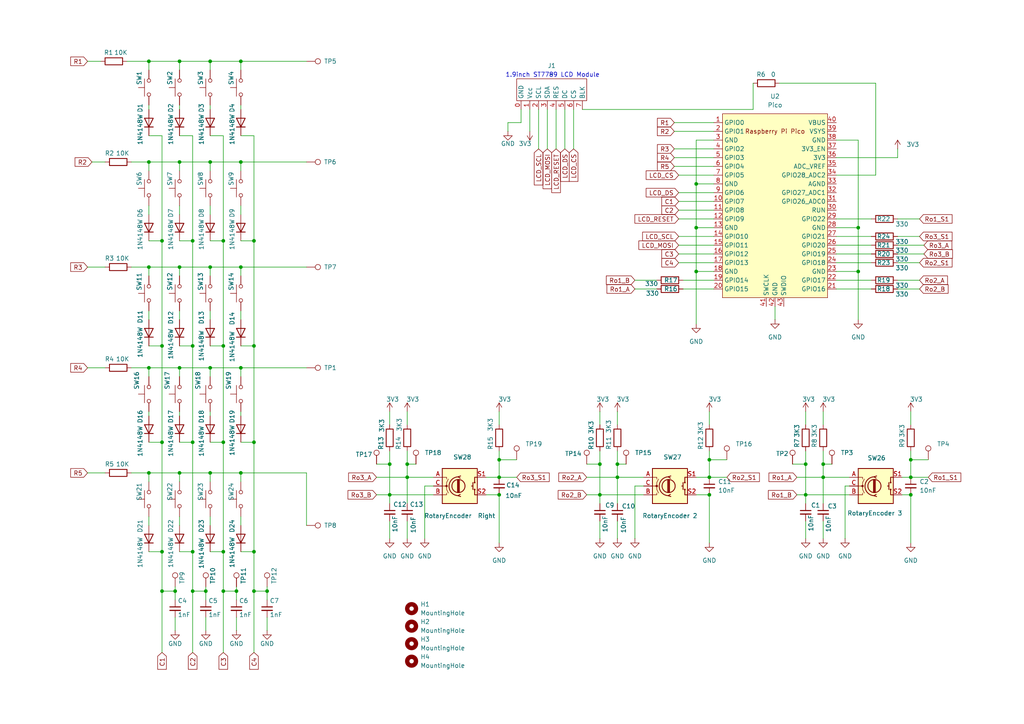
<source format=kicad_sch>
(kicad_sch (version 20231120) (generator "eeschema") (generator_version "8.0")
  (paper "A4")
  (junction (at 118.11 138.43))
  (junction (at 69.85 17.78))
  (junction (at 179.07 138.43))
  (junction (at 43.18 137.16))
  (junction (at 173.99 134.62))
  (junction (at 69.85 137.16))
  (junction (at 173.99 143.51))
  (junction (at 113.03 134.62))
  (junction (at 55.88 100.33))
  (junction (at 64.77 160.02))
  (junction (at 60.96 77.47))
  (junction (at 46.99 160.02))
  (junction (at 73.66 69.85))
  (junction (at 64.77 100.33))
  (junction (at 46.99 128.27))
  (junction (at 205.74 143.51))
  (junction (at 52.07 17.78))
  (junction (at 73.66 160.02))
  (junction (at 43.18 77.47))
  (junction (at 55.88 171.45))
  (junction (at 68.58 171.45))
  (junction (at 73.66 100.33))
  (junction (at 64.77 69.85))
  (junction (at 201.93 66.04))
  (junction (at 238.76 138.43))
  (junction (at 43.18 106.68))
  (junction (at 248.92 78.74))
  (junction (at 52.07 137.16))
  (junction (at 64.77 128.27))
  (junction (at 144.78 143.51))
  (junction (at 59.69 171.45))
  (junction (at 118.11 134.62))
  (junction (at 43.18 17.78))
  (junction (at 233.68 134.62))
  (junction (at 205.74 133.35))
  (junction (at 46.99 171.45))
  (junction (at 73.66 128.27))
  (junction (at 60.96 46.99))
  (junction (at 264.16 138.43))
  (junction (at 46.99 100.33))
  (junction (at 69.85 46.99))
  (junction (at 201.93 53.34))
  (junction (at 233.68 143.51))
  (junction (at 144.78 138.43))
  (junction (at 73.66 171.45))
  (junction (at 52.07 77.47))
  (junction (at 43.18 46.99))
  (junction (at 77.47 171.45))
  (junction (at 46.99 69.85))
  (junction (at 264.16 133.35))
  (junction (at 50.8 171.45))
  (junction (at 60.96 106.68))
  (junction (at 52.07 106.68))
  (junction (at 52.07 46.99))
  (junction (at 205.74 138.43))
  (junction (at 264.16 143.51))
  (junction (at 201.93 78.74))
  (junction (at 179.07 134.62))
  (junction (at 69.85 77.47))
  (junction (at 55.88 128.27))
  (junction (at 113.03 143.51))
  (junction (at 60.96 17.78))
  (junction (at 69.85 106.68))
  (junction (at 64.77 171.45))
  (junction (at 248.92 66.04))
  (junction (at 144.78 133.35))
  (junction (at 238.76 134.62))
  (junction (at 55.88 160.02))
  (junction (at 60.96 137.16))
  (junction (at 55.88 69.85))
  (wire (pts (xy 38.1 106.68) (xy 43.18 106.68)))
  (wire (pts (xy 69.85 149.86) (xy 69.85 152.4)))
  (wire (pts (xy 242.57 76.2) (xy 252.73 76.2)))
  (wire (pts (xy 238.76 151.13) (xy 238.76 156.21)))
  (wire (pts (xy 224.79 88.9) (xy 224.79 92.71)))
  (wire (pts (xy 46.99 128.27) (xy 46.99 160.02)))
  (wire (pts (xy 30.48 46.99) (xy 26.67 46.99)))
  (wire (pts (xy 43.18 90.17) (xy 43.18 92.71)))
  (wire (pts (xy 170.18 138.43) (xy 179.07 138.43)))
  (wire (pts (xy 252.73 81.28) (xy 242.57 81.28)))
  (wire (pts (xy 43.18 17.78) (xy 43.18 20.32)))
  (wire (pts (xy 25.4 77.47) (xy 30.48 77.47)))
  (wire (pts (xy 55.88 171.45) (xy 55.88 189.23)))
  (wire (pts (xy 238.76 134.62) (xy 241.3 134.62)))
  (wire (pts (xy 38.1 46.99) (xy 43.18 46.99)))
  (wire (pts (xy 118.11 134.62) (xy 120.65 134.62)))
  (wire (pts (xy 38.1 137.16) (xy 43.18 137.16)))
  (wire (pts (xy 69.85 137.16) (xy 60.96 137.16)))
  (wire (pts (xy 60.96 109.22) (xy 60.96 106.68)))
  (wire (pts (xy 201.93 143.51) (xy 205.74 143.51)))
  (wire (pts (xy 43.18 30.48) (xy 43.18 31.75)))
  (wire (pts (xy 170.18 143.51) (xy 173.99 143.51)))
  (wire (pts (xy 210.82 133.35) (xy 205.74 133.35)))
  (wire (pts (xy 269.24 133.35) (xy 264.16 133.35)))
  (wire (pts (xy 60.96 49.53) (xy 60.96 46.99)))
  (wire (pts (xy 173.99 134.62) (xy 173.99 130.81)))
  (wire (pts (xy 64.77 100.33) (xy 60.96 100.33)))
  (wire (pts (xy 260.35 73.66) (xy 267.97 73.66)))
  (wire (pts (xy 195.58 43.18) (xy 207.01 43.18)))
  (wire (pts (xy 195.58 48.26) (xy 207.01 48.26)))
  (wire (pts (xy 64.77 128.27) (xy 64.77 160.02)))
  (wire (pts (xy 173.99 119.38) (xy 173.99 123.19)))
  (wire (pts (xy 52.07 100.33) (xy 55.88 100.33)))
  (wire (pts (xy 254 24.13) (xy 254 50.8)))
  (wire (pts (xy 195.58 45.72) (xy 207.01 45.72)))
  (wire (pts (xy 242.57 63.5) (xy 252.73 63.5)))
  (wire (pts (xy 260.35 68.58) (xy 266.7 68.58)))
  (wire (pts (xy 69.85 46.99) (xy 60.96 46.99)))
  (wire (pts (xy 196.85 76.2) (xy 207.01 76.2)))
  (wire (pts (xy 233.68 119.38) (xy 233.68 123.19)))
  (wire (pts (xy 55.88 39.37) (xy 55.88 69.85)))
  (wire (pts (xy 147.32 35.56) (xy 147.32 38.1)))
  (wire (pts (xy 64.77 100.33) (xy 64.77 128.27)))
  (wire (pts (xy 60.96 139.7) (xy 60.96 137.16)))
  (wire (pts (xy 60.96 149.86) (xy 60.96 152.4)))
  (wire (pts (xy 195.58 35.56) (xy 207.01 35.56)))
  (wire (pts (xy 179.07 130.81) (xy 179.07 134.62)))
  (wire (pts (xy 59.69 171.45) (xy 59.69 173.99)))
  (wire (pts (xy 55.88 128.27) (xy 55.88 160.02)))
  (wire (pts (xy 248.92 78.74) (xy 248.92 92.71)))
  (wire (pts (xy 69.85 17.78) (xy 88.9 17.78)))
  (wire (pts (xy 261.62 143.51) (xy 264.16 143.51)))
  (wire (pts (xy 50.8 179.07) (xy 50.8 182.88)))
  (wire (pts (xy 73.66 160.02) (xy 73.66 171.45)))
  (wire (pts (xy 55.88 69.85) (xy 55.88 100.33)))
  (wire (pts (xy 73.66 39.37) (xy 73.66 69.85)))
  (wire (pts (xy 52.07 109.22) (xy 52.07 106.68)))
  (wire (pts (xy 238.76 138.43) (xy 246.38 138.43)))
  (wire (pts (xy 118.11 151.13) (xy 118.11 156.21)))
  (wire (pts (xy 166.37 31.75) (xy 166.37 43.18)))
  (wire (pts (xy 260.35 63.5) (xy 266.7 63.5)))
  (wire (pts (xy 179.07 134.62) (xy 179.07 138.43)))
  (wire (pts (xy 144.78 133.35) (xy 144.78 130.81)))
  (wire (pts (xy 73.66 171.45) (xy 73.66 189.23)))
  (wire (pts (xy 118.11 138.43) (xy 118.11 146.05)))
  (wire (pts (xy 43.18 149.86) (xy 43.18 152.4)))
  (wire (pts (xy 46.99 160.02) (xy 46.99 171.45)))
  (wire (pts (xy 43.18 59.69) (xy 43.18 62.23)))
  (wire (pts (xy 218.44 31.75) (xy 218.44 24.13)))
  (wire (pts (xy 260.35 45.72) (xy 260.35 43.18)))
  (wire (pts (xy 144.78 138.43) (xy 144.78 133.35)))
  (wire (pts (xy 246.38 140.97) (xy 245.11 140.97)))
  (wire (pts (xy 186.69 140.97) (xy 184.15 140.97)))
  (wire (pts (xy 60.96 30.48) (xy 60.96 31.75)))
  (wire (pts (xy 25.4 137.16) (xy 30.48 137.16)))
  (wire (pts (xy 64.77 160.02) (xy 64.77 171.45)))
  (wire (pts (xy 231.14 143.51) (xy 233.68 143.51)))
  (wire (pts (xy 60.96 77.47) (xy 52.07 77.47)))
  (wire (pts (xy 242.57 68.58) (xy 252.73 68.58)))
  (wire (pts (xy 173.99 143.51) (xy 173.99 146.05)))
  (wire (pts (xy 69.85 59.69) (xy 69.85 62.23)))
  (wire (pts (xy 144.78 143.51) (xy 144.78 157.48)))
  (wire (pts (xy 60.96 59.69) (xy 60.96 62.23)))
  (wire (pts (xy 196.85 73.66) (xy 207.01 73.66)))
  (wire (pts (xy 69.85 77.47) (xy 60.96 77.47)))
  (wire (pts (xy 113.03 156.21) (xy 113.03 151.13)))
  (wire (pts (xy 55.88 100.33) (xy 55.88 128.27)))
  (wire (pts (xy 46.99 100.33) (xy 46.99 128.27)))
  (wire (pts (xy 205.74 143.51) (xy 205.74 157.48)))
  (wire (pts (xy 36.83 17.78) (xy 43.18 17.78)))
  (wire (pts (xy 231.14 138.43) (xy 238.76 138.43)))
  (wire (pts (xy 201.93 53.34) (xy 201.93 66.04)))
  (wire (pts (xy 52.07 160.02) (xy 55.88 160.02)))
  (wire (pts (xy 264.16 138.43) (xy 269.24 138.43)))
  (wire (pts (xy 43.18 137.16) (xy 43.18 139.7)))
  (wire (pts (xy 73.66 69.85) (xy 73.66 100.33)))
  (wire (pts (xy 207.01 40.64) (xy 201.93 40.64)))
  (wire (pts (xy 158.75 31.75) (xy 158.75 43.18)))
  (wire (pts (xy 73.66 69.85) (xy 69.85 69.85)))
  (wire (pts (xy 147.32 35.56) (xy 151.13 35.56)))
  (wire (pts (xy 52.07 80.01) (xy 52.07 77.47)))
  (wire (pts (xy 73.66 100.33) (xy 69.85 100.33)))
  (wire (pts (xy 69.85 106.68) (xy 88.9 106.68)))
  (wire (pts (xy 69.85 109.22) (xy 69.85 106.68)))
  (wire (pts (xy 205.74 119.38) (xy 205.74 123.19)))
  (wire (pts (xy 201.93 66.04) (xy 201.93 78.74)))
  (wire (pts (xy 46.99 100.33) (xy 43.18 100.33)))
  (wire (pts (xy 60.96 39.37) (xy 64.77 39.37)))
  (wire (pts (xy 264.16 143.51) (xy 264.16 157.48)))
  (wire (pts (xy 179.07 138.43) (xy 179.07 146.05)))
  (wire (pts (xy 260.35 71.12) (xy 267.97 71.12)))
  (wire (pts (xy 64.77 171.45) (xy 64.77 189.23)))
  (wire (pts (xy 52.07 69.85) (xy 55.88 69.85)))
  (wire (pts (xy 173.99 156.21) (xy 173.99 151.13)))
  (wire (pts (xy 238.76 119.38) (xy 238.76 123.19)))
  (wire (pts (xy 229.87 134.62) (xy 233.68 134.62)))
  (wire (pts (xy 50.8 173.99) (xy 50.8 171.45)))
  (wire (pts (xy 233.68 134.62) (xy 233.68 130.81)))
  (wire (pts (xy 242.57 66.04) (xy 248.92 66.04)))
  (wire (pts (xy 43.18 46.99) (xy 43.18 49.53)))
  (wire (pts (xy 238.76 130.81) (xy 238.76 134.62)))
  (wire (pts (xy 242.57 45.72) (xy 260.35 45.72)))
  (wire (pts (xy 52.07 77.47) (xy 43.18 77.47)))
  (wire (pts (xy 196.85 50.8) (xy 207.01 50.8)))
  (wire (pts (xy 68.58 170.18) (xy 68.58 171.45)))
  (wire (pts (xy 38.1 77.47) (xy 43.18 77.47)))
  (wire (pts (xy 52.07 119.38) (xy 52.07 120.65)))
  (wire (pts (xy 109.22 138.43) (xy 118.11 138.43)))
  (wire (pts (xy 113.03 134.62) (xy 113.03 130.81)))
  (wire (pts (xy 196.85 58.42) (xy 207.01 58.42)))
  (wire (pts (xy 55.88 160.02) (xy 55.88 171.45)))
  (wire (pts (xy 43.18 106.68) (xy 43.18 109.22)))
  (wire (pts (xy 69.85 49.53) (xy 69.85 46.99)))
  (wire (pts (xy 113.03 143.51) (xy 113.03 146.05)))
  (wire (pts (xy 68.58 179.07) (xy 68.58 182.88)))
  (wire (pts (xy 196.85 71.12) (xy 207.01 71.12)))
  (wire (pts (xy 254 50.8) (xy 242.57 50.8)))
  (wire (pts (xy 52.07 106.68) (xy 43.18 106.68)))
  (wire (pts (xy 238.76 138.43) (xy 238.76 146.05)))
  (wire (pts (xy 77.47 171.45) (xy 77.47 173.99)))
  (wire (pts (xy 118.11 130.81) (xy 118.11 134.62)))
  (wire (pts (xy 233.68 156.21) (xy 233.68 151.13)))
  (wire (pts (xy 144.78 119.38) (xy 144.78 123.19)))
  (wire (pts (xy 69.85 30.48) (xy 69.85 31.75)))
  (wire (pts (xy 69.85 20.32) (xy 69.85 17.78)))
  (wire (pts (xy 64.77 69.85) (xy 60.96 69.85)))
  (wire (pts (xy 207.01 53.34) (xy 201.93 53.34)))
  (wire (pts (xy 264.16 133.35) (xy 264.16 130.81)))
  (wire (pts (xy 242.57 71.12) (xy 252.73 71.12)))
  (wire (pts (xy 88.9 137.16) (xy 88.9 152.4)))
  (wire (pts (xy 109.22 134.62) (xy 113.03 134.62)))
  (wire (pts (xy 60.96 80.01) (xy 60.96 77.47)))
  (wire (pts (xy 170.18 134.62) (xy 173.99 134.62)))
  (wire (pts (xy 207.01 66.04) (xy 201.93 66.04)))
  (wire (pts (xy 46.99 128.27) (xy 43.18 128.27)))
  (wire (pts (xy 238.76 134.62) (xy 238.76 138.43)))
  (wire (pts (xy 73.66 128.27) (xy 73.66 160.02)))
  (wire (pts (xy 248.92 66.04) (xy 248.92 78.74)))
  (wire (pts (xy 77.47 170.18) (xy 77.47 171.45)))
  (wire (pts (xy 205.74 138.43) (xy 210.82 138.43)))
  (wire (pts (xy 43.18 77.47) (xy 43.18 80.01)))
  (wire (pts (xy 60.96 17.78) (xy 52.07 17.78)))
  (wire (pts (xy 60.96 90.17) (xy 60.96 92.71)))
  (wire (pts (xy 73.66 160.02) (xy 69.85 160.02)))
  (wire (pts (xy 46.99 160.02) (xy 43.18 160.02)))
  (wire (pts (xy 179.07 119.38) (xy 179.07 123.19)))
  (wire (pts (xy 69.85 77.47) (xy 88.9 77.47)))
  (wire (pts (xy 242.57 73.66) (xy 252.73 73.66)))
  (wire (pts (xy 246.38 143.51) (xy 233.68 143.51)))
  (wire (pts (xy 151.13 35.56) (xy 151.13 31.75)))
  (wire (pts (xy 201.93 138.43) (xy 205.74 138.43)))
  (wire (pts (xy 248.92 40.64) (xy 248.92 66.04)))
  (wire (pts (xy 113.03 143.51) (xy 113.03 134.62)))
  (wire (pts (xy 233.68 143.51) (xy 233.68 146.05)))
  (wire (pts (xy 168.91 31.75) (xy 218.44 31.75)))
  (wire (pts (xy 73.66 100.33) (xy 73.66 128.27)))
  (wire (pts (xy 52.07 46.99) (xy 43.18 46.99)))
  (wire (pts (xy 52.07 137.16) (xy 43.18 137.16)))
  (wire (pts (xy 226.06 24.13) (xy 254 24.13)))
  (wire (pts (xy 179.07 138.43) (xy 186.69 138.43)))
  (wire (pts (xy 52.07 139.7) (xy 52.07 137.16)))
  (wire (pts (xy 118.11 138.43) (xy 125.73 138.43)))
  (wire (pts (xy 173.99 143.51) (xy 173.99 134.62)))
  (wire (pts (xy 68.58 171.45) (xy 64.77 171.45)))
  (wire (pts (xy 46.99 69.85) (xy 46.99 100.33)))
  (wire (pts (xy 64.77 39.37) (xy 64.77 69.85)))
  (wire (pts (xy 69.85 46.99) (xy 88.9 46.99)))
  (wire (pts (xy 69.85 80.01) (xy 69.85 77.47)))
  (wire (pts (xy 60.96 46.99) (xy 52.07 46.99)))
  (wire (pts (xy 201.93 40.64) (xy 201.93 53.34)))
  (wire (pts (xy 184.15 140.97) (xy 184.15 156.21)))
  (wire (pts (xy 52.07 20.32) (xy 52.07 17.78)))
  (wire (pts (xy 77.47 171.45) (xy 73.66 171.45)))
  (wire (pts (xy 59.69 171.45) (xy 55.88 171.45)))
  (wire (pts (xy 196.85 68.58) (xy 207.01 68.58)))
  (wire (pts (xy 118.11 119.38) (xy 118.11 123.19)))
  (wire (pts (xy 73.66 128.27) (xy 69.85 128.27)))
  (wire (pts (xy 43.18 119.38) (xy 43.18 120.65)))
  (wire (pts (xy 179.07 151.13) (xy 179.07 156.21)))
  (wire (pts (xy 186.69 143.51) (xy 173.99 143.51)))
  (wire (pts (xy 69.85 137.16) (xy 88.9 137.16)))
  (wire (pts (xy 156.21 31.75) (xy 156.21 43.18)))
  (wire (pts (xy 149.86 133.35) (xy 144.78 133.35)))
  (wire (pts (xy 125.73 140.97) (xy 123.19 140.97)))
  (wire (pts (xy 196.85 60.96) (xy 207.01 60.96)))
  (wire (pts (xy 52.07 49.53) (xy 52.07 46.99)))
  (wire (pts (xy 140.97 143.51) (xy 144.78 143.51)))
  (wire (pts (xy 198.12 83.82) (xy 207.01 83.82)))
  (wire (pts (xy 60.96 119.38) (xy 60.96 120.65)))
  (wire (pts (xy 52.07 128.27) (xy 55.88 128.27)))
  (wire (pts (xy 59.69 179.07) (xy 59.69 182.88)))
  (wire (pts (xy 190.5 81.28) (xy 184.15 81.28)))
  (wire (pts (xy 64.77 69.85) (xy 64.77 100.33)))
  (wire (pts (xy 69.85 90.17) (xy 69.85 92.71)))
  (wire (pts (xy 242.57 83.82) (xy 252.73 83.82)))
  (wire (pts (xy 196.85 63.5) (xy 207.01 63.5)))
  (wire (pts (xy 198.12 81.28) (xy 207.01 81.28)))
  (wire (pts (xy 264.16 119.38) (xy 264.16 123.19)))
  (wire (pts (xy 260.35 83.82) (xy 266.7 83.82)))
  (wire (pts (xy 77.47 179.07) (xy 77.47 182.88)))
  (wire (pts (xy 163.83 31.75) (xy 163.83 43.18)))
  (wire (pts (xy 264.16 138.43) (xy 264.16 133.35)))
  (wire (pts (xy 50.8 170.18) (xy 50.8 171.45)))
  (wire (pts (xy 69.85 39.37) (xy 73.66 39.37)))
  (wire (pts (xy 109.22 143.51) (xy 113.03 143.51)))
  (wire (pts (xy 46.99 171.45) (xy 46.99 189.23)))
  (wire (pts (xy 25.4 106.68) (xy 30.48 106.68)))
  (wire (pts (xy 242.57 40.64) (xy 248.92 40.64)))
  (wire (pts (xy 60.96 20.32) (xy 60.96 17.78)))
  (wire (pts (xy 245.11 140.97) (xy 245.11 156.21)))
  (wire (pts (xy 140.97 138.43) (xy 144.78 138.43)))
  (wire (pts (xy 52.07 30.48) (xy 52.07 31.75)))
  (wire (pts (xy 69.85 119.38) (xy 69.85 120.65)))
  (wire (pts (xy 52.07 90.17) (xy 52.07 92.71)))
  (wire (pts (xy 64.77 160.02) (xy 60.96 160.02)))
  (wire (pts (xy 52.07 149.86) (xy 52.07 152.4)))
  (wire (pts (xy 207.01 78.74) (xy 201.93 78.74)))
  (wire (pts (xy 68.58 171.45) (xy 68.58 173.99)))
  (wire (pts (xy 52.07 39.37) (xy 55.88 39.37)))
  (wire (pts (xy 161.29 31.75) (xy 161.29 43.18)))
  (wire (pts (xy 242.57 78.74) (xy 248.92 78.74)))
  (wire (pts (xy 25.4 17.78) (xy 29.21 17.78)))
  (wire (pts (xy 50.8 171.45) (xy 46.99 171.45)))
  (wire (pts (xy 233.68 143.51) (xy 233.68 134.62)))
  (wire (pts (xy 190.5 83.82) (xy 184.15 83.82)))
  (wire (pts (xy 46.99 69.85) (xy 43.18 69.85)))
  (wire (pts (xy 60.96 137.16) (xy 52.07 137.16)))
  (wire (pts (xy 125.73 143.51) (xy 113.03 143.51)))
  (wire (pts (xy 69.85 139.7) (xy 69.85 137.16)))
  (wire (pts (xy 118.11 134.62) (xy 118.11 138.43)))
  (wire (pts (xy 144.78 138.43) (xy 149.86 138.43)))
  (wire (pts (xy 64.77 128.27) (xy 60.96 128.27)))
  (wire (pts (xy 43.18 39.37) (xy 46.99 39.37)))
  (wire (pts (xy 261.62 138.43) (xy 264.16 138.43)))
  (wire (pts (xy 113.03 119.38) (xy 113.03 123.19)))
  (wire (pts (xy 123.19 140.97) (xy 123.19 156.21)))
  (wire (pts (xy 153.67 31.75) (xy 153.67 38.1)))
  (wire (pts (xy 205.74 138.43) (xy 205.74 133.35)))
  (wire (pts (xy 69.85 17.78) (xy 60.96 17.78)))
  (wire (pts (xy 196.85 55.88) (xy 207.01 55.88)))
  (wire (pts (xy 69.85 106.68) (xy 60.96 106.68)))
  (wire (pts (xy 43.18 17.78) (xy 52.07 17.78)))
  (wire (pts (xy 260.35 81.28) (xy 266.7 81.28)))
  (wire (pts (xy 260.35 76.2) (xy 266.7 76.2)))
  (wire (pts (xy 179.07 134.62) (xy 181.61 134.62)))
  (wire (pts (xy 195.58 38.1) (xy 207.01 38.1)))
  (wire (pts (xy 52.07 59.69) (xy 52.07 62.23)))
  (wire (pts (xy 46.99 39.37) (xy 46.99 69.85)))
  (wire (pts (xy 201.93 78.74) (xy 201.93 93.98)))
  (wire (pts (xy 60.96 106.68) (xy 52.07 106.68)))
  (wire (pts (xy 59.69 170.18) (xy 59.69 171.45)))
  (wire (pts (xy 205.74 133.35) (xy 205.74 130.81)))
  (text "1.9inch ST7789 LCD Module\n" (at 160.274 21.844 0) (effects (font (size 1.27 1.27))))
  (global_label "Ro3_A" (shape input) (at 109.22 138.43 180) (property "Intersheetrefs" "${INTERSHEET_REFS}" (effects (hide yes))))
  (global_label "Ro2_A" (shape input) (at 266.7 81.28 0) (property "Intersheetrefs" "${INTERSHEET_REFS}" (effects (hide yes))))
  (global_label "Ro1_S1" (shape input) (at 266.7 63.5 0) (property "Intersheetrefs" "${INTERSHEET_REFS}" (effects (hide yes))))
  (global_label "Ro1_A" (shape input) (at 231.14 138.43 180) (property "Intersheetrefs" "${INTERSHEET_REFS}" (effects (hide yes))))
  (global_label "C4" (shape input) (at 73.66 189.23 270) (property "Intersheetrefs" "${INTERSHEET_REFS}" (effects (hide yes))))
  (global_label "C4" (shape input) (at 196.85 76.2 180) (property "Intersheetrefs" "${INTERSHEET_REFS}" (effects (hide yes))))
  (global_label "Ro3_B" (shape input) (at 267.97 73.66 0) (property "Intersheetrefs" "${INTERSHEET_REFS}" (effects (hide yes))))
  (global_label "LCD_CS" (shape input) (at 166.37 43.18 270) (property "Intersheetrefs" "${INTERSHEET_REFS}" (effects (hide yes))))
  (global_label "C2" (shape input) (at 196.85 60.96 180) (property "Intersheetrefs" "${INTERSHEET_REFS}" (effects (hide yes))))
  (global_label "LCD_MOSI" (shape input) (at 158.75 43.18 270) (property "Intersheetrefs" "${INTERSHEET_REFS}" (effects (hide yes))))
  (global_label "Ro2_B" (shape input) (at 266.7 83.82 0) (property "Intersheetrefs" "${INTERSHEET_REFS}" (effects (hide yes))))
  (global_label "Ro2_A" (shape input) (at 170.18 138.43 180) (property "Intersheetrefs" "${INTERSHEET_REFS}" (effects (hide yes))))
  (global_label "Ro2_B" (shape input) (at 170.18 143.51 180) (property "Intersheetrefs" "${INTERSHEET_REFS}" (effects (hide yes))))
  (global_label "Ro3_S1" (shape input) (at 266.7 68.58 0) (property "Intersheetrefs" "${INTERSHEET_REFS}" (effects (hide yes))))
  (global_label "LCD_MOSI" (shape input) (at 196.85 71.12 180) (property "Intersheetrefs" "${INTERSHEET_REFS}" (effects (hide yes))))
  (global_label "Ro2_S1" (shape input) (at 266.7 76.2 0) (property "Intersheetrefs" "${INTERSHEET_REFS}" (effects (hide yes))))
  (global_label "C3" (shape input) (at 64.77 189.23 270) (property "Intersheetrefs" "${INTERSHEET_REFS}" (effects (hide yes))))
  (global_label "Ro1_A" (shape input) (at 184.15 83.82 180) (property "Intersheetrefs" "${INTERSHEET_REFS}" (effects (hide yes))))
  (global_label "LCD_SCL" (shape input) (at 196.85 68.58 180) (property "Intersheetrefs" "${INTERSHEET_REFS}" (effects (hide yes))))
  (global_label "R3" (shape input) (at 25.4 77.47 180) (property "Intersheetrefs" "${INTERSHEET_REFS}" (effects (hide yes))))
  (global_label "R1" (shape input) (at 25.4 17.78 180) (property "Intersheetrefs" "${INTERSHEET_REFS}" (effects (hide yes))))
  (global_label "C1" (shape input) (at 196.85 58.42 180) (property "Intersheetrefs" "${INTERSHEET_REFS}" (effects (hide yes))))
  (global_label "LCD_CS" (shape input) (at 196.85 50.8 180) (property "Intersheetrefs" "${INTERSHEET_REFS}" (effects (hide yes))))
  (global_label "Ro1_S1" (shape input) (at 269.24 138.43 0) (property "Intersheetrefs" "${INTERSHEET_REFS}" (effects (hide yes))))
  (global_label "R4" (shape input) (at 25.4 106.68 180) (property "Intersheetrefs" "${INTERSHEET_REFS}" (effects (hide yes))))
  (global_label "C3" (shape input) (at 196.85 73.66 180) (property "Intersheetrefs" "${INTERSHEET_REFS}" (effects (hide yes))))
  (global_label "LCD_RESET" (shape input) (at 161.29 43.18 270) (property "Intersheetrefs" "${INTERSHEET_REFS}" (effects (hide yes))))
  (global_label "Ro3_S1" (shape input) (at 149.86 138.43 0) (property "Intersheetrefs" "${INTERSHEET_REFS}" (effects (hide yes))))
  (global_label "R4" (shape input) (at 195.58 45.72 180) (property "Intersheetrefs" "${INTERSHEET_REFS}" (effects (hide yes))))
  (global_label "Ro3_A" (shape input) (at 267.97 71.12 0) (property "Intersheetrefs" "${INTERSHEET_REFS}" (effects (hide yes))))
  (global_label "LCD_SCL" (shape input) (at 156.21 43.18 270) (property "Intersheetrefs" "${INTERSHEET_REFS}" (effects (hide yes))))
  (global_label "Ro1_B" (shape input) (at 184.15 81.28 180) (property "Intersheetrefs" "${INTERSHEET_REFS}" (effects (hide yes))))
  (global_label "LCD_DS" (shape input) (at 196.85 55.88 180) (property "Intersheetrefs" "${INTERSHEET_REFS}" (effects (hide yes))))
  (global_label "LCD_RESET" (shape input) (at 196.85 63.5 180) (property "Intersheetrefs" "${INTERSHEET_REFS}" (effects (hide yes))))
  (global_label "C2" (shape input) (at 55.88 189.23 270) (property "Intersheetrefs" "${INTERSHEET_REFS}" (effects (hide yes))))
  (global_label "R3" (shape input) (at 195.58 43.18 180) (property "Intersheetrefs" "${INTERSHEET_REFS}" (effects (hide yes))))
  (global_label "R2" (shape input) (at 26.67 46.99 180) (property "Intersheetrefs" "${INTERSHEET_REFS}" (effects (hide yes))))
  (global_label "R5" (shape input) (at 195.58 48.26 180) (property "Intersheetrefs" "${INTERSHEET_REFS}" (effects (hide yes))))
  (global_label "Ro2_S1" (shape input) (at 210.82 138.43 0) (property "Intersheetrefs" "${INTERSHEET_REFS}" (effects (hide yes))))
  (global_label "LCD_DS" (shape input) (at 163.83 43.18 270) (property "Intersheetrefs" "${INTERSHEET_REFS}" (effects (hide yes))))
  (global_label "Ro3_B" (shape input) (at 109.22 143.51 180) (property "Intersheetrefs" "${INTERSHEET_REFS}" (effects (hide yes))))
  (global_label "C1" (shape input) (at 46.99 189.23 270) (property "Intersheetrefs" "${INTERSHEET_REFS}" (effects (hide yes))))
  (global_label "R5" (shape input) (at 25.4 137.16 180) (property "Intersheetrefs" "${INTERSHEET_REFS}" (effects (hide yes))))
  (global_label "R1" (shape input) (at 195.58 35.56 180) (property "Intersheetrefs" "${INTERSHEET_REFS}" (effects (hide yes))))
  (global_label "Ro1_B" (shape input) (at 231.14 143.51 180) (property "Intersheetrefs" "${INTERSHEET_REFS}" (effects (hide yes))))
  (global_label "R2" (shape input) (at 195.58 38.1 180) (property "Intersheetrefs" "${INTERSHEET_REFS}" (effects (hide yes))))
  (symbol (lib_id "Diode:1N4148W") (at 43.18 124.46 90) (unit 1)
    (property "Reference" "D16" (at 40.64 118.872 0) (effects (justify right)))
    (property "Value" "1N4148W" (at 40.64 123.444 0) (effects (justify right)))
    (property "Footprint" "Diode_SMD:D_SOD-123" (effects (hide yes)))
    (property "Datasheet" "https://www.vishay.com/docs/85748/1n4148w.pdf" (effects (hide yes)))
    (property "Description" "75V 0.15A Fast Switching Diode, SOD-123" (effects (hide yes)))
    (property "Sim.Device" "D" (effects (hide yes)))
    (property "Sim.Pins" "1=K 2=A" (effects (hide yes)))
  )
  (symbol (lib_id "Switch:SW_Push") (at 60.96 114.3 90) (unit 1)
    (property "Reference" "SW18" (at 57.404 107.696 0) (effects (justify right)))
    (property "Value" "SW_Push" (effects (hide yes)))
    (property "Footprint" "Button_Switch_Keyboard:SW_Cherry_MX_1.00u_PCB_3D" (effects (hide yes)))
    (property "Description" "Push button switch, generic, two pins" (effects (hide yes)))
  )
  (symbol (lib_id "Switch:SW_Push") (at 52.07 144.78 90) (unit 1)
    (property "Reference" "SW22" (at 49.276 139.954 0) (effects (justify right)))
    (property "Value" "SW_Push" (effects (hide yes)))
    (property "Footprint" "Button_Switch_Keyboard:SW_Cherry_MX_1.00u_PCB_3D" (effects (hide yes)))
    (property "Description" "Push button switch, generic, two pins" (effects (hide yes)))
  )
  (symbol (lib_id "Switch:SW_Push") (at 52.07 25.4 90) (unit 1)
    (property "Reference" "SW2" (at 49.276 20.574 0) (effects (justify right)))
    (property "Value" "SW_Push" (effects (hide yes)))
    (property "Footprint" "Button_Switch_Keyboard:SW_Cherry_MX_1.00u_PCB_3D" (effects (hide yes)))
    (property "Description" "Push button switch, generic, two pins" (effects (hide yes)))
  )
  (symbol (lib_id "Diode:1N4148W") (at 52.07 96.52 90) (unit 1)
    (property "Reference" "D12" (at 49.53 90.17 0) (effects (justify right)))
    (property "Value" "1N4148W" (at 49.53 95.25 0) (effects (justify right)))
    (property "Footprint" "Diode_SMD:D_SOD-123" (effects (hide yes)))
    (property "Datasheet" "https://www.vishay.com/docs/85748/1n4148w.pdf" (effects (hide yes)))
    (property "Description" "75V 0.15A Fast Switching Diode, SOD-123" (effects (hide yes)))
    (property "Sim.Device" "D" (effects (hide yes)))
    (property "Sim.Pins" "1=K 2=A" (effects (hide yes)))
  )
  (symbol (lib_id "Device:R") (at 205.74 127 180) (unit 1)
    (property "Reference" "R12" (at 203.2 128.524 90))
    (property "Value" "3K3" (at 203.2 124.206 90))
    (property "Footprint" "Resistor_SMD:R_0603_1608Metric_Pad0.98x0.95mm_HandSolder" (effects (hide yes)))
    (property "Description" "Resistor" (effects (hide yes)))
  )
  (symbol (lib_id "Connector:TestPoint") (at 59.69 170.18 0) (unit 1)
    (property "Reference" "TP10" (at 61.722 169.418 90) (effects (justify left)))
    (property "Value" "TestPoint" (effects (hide yes)))
    (property "Footprint" "TestPoint:TestPoint_Pad_D1.0mm" (effects (hide yes)))
    (property "Description" "test point" (effects (hide yes)))
  )
  (symbol (lib_id "Device:R") (at 34.29 46.99 90) (unit 1)
    (property "Reference" "R2" (at 31.75 44.45 90))
    (property "Value" "10K" (at 35.56 44.45 90))
    (property "Footprint" "Resistor_SMD:R_0603_1608Metric_Pad0.98x0.95mm_HandSolder" (effects (hide yes)))
    (property "Description" "Resistor" (effects (hide yes)))
  )
  (symbol (lib_id "Diode:1N4148W") (at 52.07 124.46 90) (unit 1)
    (property "Reference" "D17" (at 49.53 118.872 0) (effects (justify right)))
    (property "Value" "1N4148W" (at 49.53 123.444 0) (effects (justify right)))
    (property "Footprint" "Diode_SMD:D_SOD-123" (effects (hide yes)))
    (property "Datasheet" "https://www.vishay.com/docs/85748/1n4148w.pdf" (effects (hide yes)))
    (property "Description" "75V 0.15A Fast Switching Diode, SOD-123" (effects (hide yes)))
    (property "Sim.Device" "D" (effects (hide yes)))
    (property "Sim.Pins" "1=K 2=A" (effects (hide yes)))
  )
  (symbol (lib_id "Device:R") (at 34.29 137.16 90) (unit 1)
    (property "Reference" "R5" (at 31.75 134.62 90))
    (property "Value" "10K" (at 35.56 134.62 90))
    (property "Footprint" "Resistor_SMD:R_0603_1608Metric_Pad0.98x0.95mm_HandSolder" (effects (hide yes)))
    (property "Description" "Resistor" (effects (hide yes)))
  )
  (symbol (lib_id "Device:R") (at 194.31 83.82 270) (unit 1)
    (property "Reference" "R16" (at 194.564 83.82 90))
    (property "Value" "330" (at 189.23 85.09 90))
    (property "Footprint" "Resistor_SMD:R_0603_1608Metric_Pad0.98x0.95mm_HandSolder" (effects (hide yes)))
    (property "Description" "Resistor" (effects (hide yes)))
  )
  (symbol (lib_id "Diode:1N4148W") (at 43.18 156.21 90) (unit 1)
    (property "Reference" "D21" (at 40.64 150.622 0) (effects (justify right)))
    (property "Value" "1N4148W" (at 40.64 155.702 0) (effects (justify right)))
    (property "Footprint" "Diode_SMD:D_SOD-123" (effects (hide yes)))
    (property "Datasheet" "https://www.vishay.com/docs/85748/1n4148w.pdf" (effects (hide yes)))
    (property "Description" "75V 0.15A Fast Switching Diode, SOD-123" (effects (hide yes)))
    (property "Sim.Device" "D" (effects (hide yes)))
    (property "Sim.Pins" "1=K 2=A" (effects (hide yes)))
  )
  (symbol (lib_id "power:GND") (at 173.99 156.21 0) (unit 1)
    (property "Reference" "#PWR020" (effects (hide yes)))
    (property "Value" "GND" (at 173.99 161.29 0))
    (property "Description" "Power symbol creates a global label with name \"GND\" , ground" (effects (hide yes)))
  )
  (symbol (lib_id "Switch:SW_Push") (at 69.85 114.3 90) (unit 1)
    (property "Reference" "SW19" (at 66.294 107.696 0) (effects (justify right)))
    (property "Value" "SW_Push" (effects (hide yes)))
    (property "Footprint" "Button_Switch_Keyboard:SW_Cherry_MX_1.00u_PCB_3D" (effects (hide yes)))
    (property "Description" "Push button switch, generic, two pins" (effects (hide yes)))
  )
  (symbol (lib_id "Connector:TestPoint") (at 88.9 17.78 270) (unit 1)
    (property "Reference" "TP5" (at 93.98 17.7799 90) (effects (justify left)))
    (property "Value" "TestPoint" (effects (hide yes)))
    (property "Footprint" "TestPoint:TestPoint_Pad_D1.0mm" (effects (hide yes)))
    (property "Description" "test point" (effects (hide yes)))
  )
  (symbol (lib_id "Device:R") (at 179.07 127 180) (unit 1)
    (property "Reference" "R11" (at 176.53 128.524 90))
    (property "Value" "3K3" (at 176.53 123.698 90))
    (property "Footprint" "Resistor_SMD:R_0603_1608Metric_Pad0.98x0.95mm_HandSolder" (effects (hide yes)))
    (property "Description" "Resistor" (effects (hide yes)))
  )
  (symbol (lib_id "Connector:TestPoint") (at 210.82 133.35 0) (unit 1)
    (property "Reference" "TP16" (at 213.36 128.7779 0) (effects (justify left)))
    (property "Value" "TestPoint" (effects (hide yes)))
    (property "Footprint" "TestPoint:TestPoint_Pad_D1.0mm" (effects (hide yes)))
    (property "Description" "test point" (effects (hide yes)))
  )
  (symbol (lib_id "Device:R") (at 113.03 127 180) (unit 1)
    (property "Reference" "R13" (at 110.49 128.524 90))
    (property "Value" "3K3" (at 110.744 123.444 90))
    (property "Footprint" "Resistor_SMD:R_0603_1608Metric_Pad0.98x0.95mm_HandSolder" (effects (hide yes)))
    (property "Description" "Resistor" (effects (hide yes)))
  )
  (symbol (lib_id "Device:R") (at 118.11 127 180) (unit 1)
    (property "Reference" "R14" (at 115.57 128.524 90))
    (property "Value" "3K3" (at 115.824 123.19 90))
    (property "Footprint" "Resistor_SMD:R_0603_1608Metric_Pad0.98x0.95mm_HandSolder" (effects (hide yes)))
    (property "Description" "Resistor" (effects (hide yes)))
  )
  (symbol (lib_id "Connector:TestPoint") (at 88.9 77.47 270) (unit 1)
    (property "Reference" "TP7" (at 93.98 77.4699 90) (effects (justify left)))
    (property "Value" "TestPoint" (effects (hide yes)))
    (property "Footprint" "TestPoint:TestPoint_Pad_D1.0mm" (effects (hide yes)))
    (property "Description" "test point" (effects (hide yes)))
  )
  (symbol (lib_id "power:GND") (at 123.19 156.21 0) (unit 1)
    (property "Reference" "#PWR030" (effects (hide yes)))
    (property "Value" "GND" (at 123.19 161.29 0))
    (property "Description" "Power symbol creates a global label with name \"GND\" , ground" (effects (hide yes)))
  )
  (symbol (lib_id "Switch:SW_Push") (at 52.07 85.09 90) (unit 1)
    (property "Reference" "SW12" (at 49.276 78.994 0) (effects (justify right)))
    (property "Value" "SW_Push" (effects (hide yes)))
    (property "Footprint" "Button_Switch_Keyboard:SW_Cherry_MX_1.00u_PCB_3D" (effects (hide yes)))
    (property "Description" "Push button switch, generic, two pins" (effects (hide yes)))
  )
  (symbol (lib_id "power:GND") (at 264.16 157.48 0) (unit 1)
    (property "Reference" "#PWR010" (effects (hide yes)))
    (property "Value" "GND" (at 264.16 162.56 0))
    (property "Description" "Power symbol creates a global label with name \"GND\" , ground" (effects (hide yes)))
  )
  (symbol (lib_id "power:GND") (at 147.32 38.1 0) (unit 1)
    (property "Reference" "#PWR04" (effects (hide yes)))
    (property "Value" "GND" (at 147.32 41.656 0))
    (property "Description" "Power symbol creates a global label with name \"GND\" , ground" (effects (hide yes)))
  )
  (symbol (lib_id "Device:C_Small") (at 118.11 148.59 0) (unit 1)
    (property "Reference" "C13" (at 118.872 146.304 0) (effects (justify left)))
    (property "Value" "10nF" (at 119.888 154.686 90) (effects (justify left)))
    (property "Footprint" "Capacitor_SMD:C_0603_1608Metric_Pad1.08x0.95mm_HandSolder" (effects (hide yes)))
    (property "Description" "Unpolarized capacitor, small symbol" (effects (hide yes)))
  )
  (symbol (lib_id "power:VCC") (at 118.11 119.38 0) (unit 1)
    (property "Reference" "#PWR028" (effects (hide yes)))
    (property "Value" "3V3" (at 117.856 115.824 0) (effects (justify left)))
    (property "Description" "Power symbol creates a global label with name \"VCC\"" (effects (hide yes)))
  )
  (symbol (lib_id "Diode:1N4148W") (at 52.07 156.21 90) (unit 1)
    (property "Reference" "D22" (at 49.53 150.622 0) (effects (justify right)))
    (property "Value" "1N4148W" (at 49.53 155.702 0) (effects (justify right)))
    (property "Footprint" "Diode_SMD:D_SOD-123" (effects (hide yes)))
    (property "Datasheet" "https://www.vishay.com/docs/85748/1n4148w.pdf" (effects (hide yes)))
    (property "Description" "75V 0.15A Fast Switching Diode, SOD-123" (effects (hide yes)))
    (property "Sim.Device" "D" (effects (hide yes)))
    (property "Sim.Pins" "1=K 2=A" (effects (hide yes)))
  )
  (symbol (lib_id "power:VCC") (at 238.76 119.38 0) (unit 1)
    (property "Reference" "#PWR09" (effects (hide yes)))
    (property "Value" "3V3" (at 238.506 115.824 0) (effects (justify left)))
    (property "Description" "Power symbol creates a global label with name \"VCC\"" (effects (hide yes)))
  )
  (symbol (lib_id "Connector:TestPoint") (at 88.9 46.99 270) (unit 1)
    (property "Reference" "TP6" (at 93.9373 46.9899 90) (effects (justify left)))
    (property "Value" "TestPoint" (effects (hide yes)))
    (property "Footprint" "TestPoint:TestPoint_Pad_D1.0mm" (effects (hide yes)))
    (property "Description" "test point" (effects (hide yes)))
  )
  (symbol (lib_id "Switch:SW_Push") (at 60.96 54.61 90) (unit 1)
    (property "Reference" "SW8" (at 58.166 49.784 0) (effects (justify right)))
    (property "Value" "SW_Push" (effects (hide yes)))
    (property "Footprint" "Button_Switch_Keyboard:SW_Cherry_MX_1.00u_PCB_3D" (effects (hide yes)))
    (property "Description" "Push button switch, generic, two pins" (effects (hide yes)))
  )
  (symbol (lib_id "Device:R") (at 256.54 63.5 90) (unit 1)
    (property "Reference" "R22" (at 256.286 63.5 90))
    (property "Value" "330" (at 261.62 65.024 90))
    (property "Footprint" "Resistor_SMD:R_0603_1608Metric_Pad0.98x0.95mm_HandSolder" (effects (hide yes)))
    (property "Description" "Resistor" (effects (hide yes)))
  )
  (symbol (lib_id "power:VCC") (at 264.16 119.38 0) (unit 1)
    (property "Reference" "#PWR011" (effects (hide yes)))
    (property "Value" "3V3" (at 263.906 115.824 0) (effects (justify left)))
    (property "Description" "Power symbol creates a global label with name \"VCC\"" (effects (hide yes)))
  )
  (symbol (lib_id "power:VCC") (at 260.35 43.18 0) (unit 1)
    (property "Reference" "#PWR05" (effects (hide yes)))
    (property "Value" "3V3" (at 262.89 41.9099 0) (effects (justify left)))
    (property "Description" "Power symbol creates a global label with name \"VCC\"" (effects (hide yes)))
  )
  (symbol (lib_id "Diode:1N4148W") (at 60.96 96.52 90) (unit 1)
    (property "Reference" "D13" (at 58.42 90.17 0) (effects (justify right)))
    (property "Value" "1N4148W" (at 58.42 95.758 0) (effects (justify right)))
    (property "Footprint" "Diode_SMD:D_SOD-123" (effects (hide yes)))
    (property "Datasheet" "https://www.vishay.com/docs/85748/1n4148w.pdf" (effects (hide yes)))
    (property "Description" "75V 0.15A Fast Switching Diode, SOD-123" (effects (hide yes)))
    (property "Sim.Device" "D" (effects (hide yes)))
    (property "Sim.Pins" "1=K 2=A" (effects (hide yes)))
  )
  (symbol (lib_id "Mechanical:MountingHole") (at 119.38 181.61 0) (unit 1) (exclude_from_sim yes) (in_bom no)
    (property "Reference" "H2" (at 121.92 180.3399 0) (effects (justify left)))
    (property "Value" "MountingHole" (at 121.92 182.8799 0) (effects (justify left)))
    (property "Footprint" "MountingHole:MountingHole_3.2mm_M3_ISO7380_Pad" (effects (hide yes)))
    (property "Description" "Mounting Hole without connection" (effects (hide yes)))
  )
  (symbol (lib_id "Device:R") (at 238.76 127 180) (unit 1)
    (property "Reference" "R8" (at 236.22 128.524 90))
    (property "Value" "3K3" (at 236.22 124.968 90))
    (property "Footprint" "Resistor_SMD:R_0603_1608Metric_Pad0.98x0.95mm_HandSolder" (effects (hide yes)))
    (property "Description" "Resistor" (effects (hide yes)))
  )
  (symbol (lib_id "Device:R") (at 194.31 81.28 270) (unit 1)
    (property "Reference" "R17" (at 194.564 81.28 90))
    (property "Value" "330" (at 188.976 82.296 90))
    (property "Footprint" "Resistor_SMD:R_0603_1608Metric_Pad0.98x0.95mm_HandSolder" (effects (hide yes)))
    (property "Description" "Resistor" (effects (hide yes)))
  )
  (symbol (lib_id "Switch:SW_Push") (at 43.18 25.4 90) (unit 1)
    (property "Reference" "SW1" (at 40.386 20.574 0) (effects (justify right)))
    (property "Value" "SW_Push" (effects (hide yes)))
    (property "Footprint" "Button_Switch_Keyboard:SW_Cherry_MX_1.00u_PCB" (effects (hide yes)))
    (property "Description" "Push button switch, generic, two pins" (effects (hide yes)))
  )
  (symbol (lib_id "power:VCC") (at 173.99 119.38 0) (unit 1)
    (property "Reference" "#PWR019" (effects (hide yes)))
    (property "Value" "3V3" (at 172.974 115.824 0) (effects (justify left)))
    (property "Description" "Power symbol creates a global label with name \"VCC\"" (effects (hide yes)))
  )
  (symbol (lib_id "Connector:TestPoint") (at 109.22 134.62 0) (unit 1)
    (property "Reference" "TP17" (at 103.124 131.826 0) (effects (justify left)))
    (property "Value" "TestPoint" (effects (hide yes)))
    (property "Footprint" "TestPoint:TestPoint_Pad_D1.0mm" (effects (hide yes)))
    (property "Description" "test point" (effects (hide yes)))
  )
  (symbol (lib_id "Device:RotaryEncoder_Switch") (at 254 140.97 0) (unit 1)
    (property "Reference" "SW26" (at 254.254 132.842 0))
    (property "Value" "RotaryEncoder 3" (at 253.746 148.844 0))
    (property "Footprint" "Library:RotaryEncoder_Alps_EC11E-Switch_Vertical_H20mm_3D" (effects (hide yes)))
    (property "Description" "Rotary encoder, dual channel, incremental quadrate outputs, with switch" (effects (hide yes)))
  )
  (symbol (lib_id "power:GND") (at 68.58 182.88 0) (unit 1)
    (property "Reference" "#PWR016" (effects (hide yes)))
    (property "Value" "GND" (at 68.58 186.69 0))
    (property "Description" "Power symbol creates a global label with name \"GND\" , ground" (effects (hide yes)))
  )
  (symbol (lib_id "Device:R") (at 256.54 76.2 90) (unit 1)
    (property "Reference" "R23" (at 256.286 76.2 90))
    (property "Value" "330" (at 261.62 77.724 90))
    (property "Footprint" "Resistor_SMD:R_0603_1608Metric_Pad0.98x0.95mm_HandSolder" (effects (hide yes)))
    (property "Description" "Resistor" (effects (hide yes)))
  )
  (symbol (lib_id "Switch:SW_Push") (at 43.18 54.61 90) (unit 1)
    (property "Reference" "SW6" (at 40.386 49.784 0) (effects (justify right)))
    (property "Value" "SW_Push" (effects (hide yes)))
    (property "Footprint" "Button_Switch_Keyboard:SW_Cherry_MX_1.00u_PCB_3D" (effects (hide yes)))
    (property "Description" "Push button switch, generic, two pins" (effects (hide yes)))
  )
  (symbol (lib_id "Switch:SW_Push") (at 43.18 85.09 90) (unit 1)
    (property "Reference" "SW11" (at 40.386 78.994 0) (effects (justify right)))
    (property "Value" "SW_Push" (effects (hide yes)))
    (property "Footprint" "Button_Switch_Keyboard:SW_Cherry_MX_1.00u_PCB_3D" (effects (hide yes)))
    (property "Description" "Push button switch, generic, two pins" (effects (hide yes)))
  )
  (symbol (lib_id "Device:C_Small") (at 205.74 140.97 0) (unit 1)
    (property "Reference" "C11" (at 208.28 139.7062 0) (effects (justify left)))
    (property "Value" "10nF" (at 208.28 142.2462 0) (effects (justify left)))
    (property "Footprint" "Capacitor_SMD:C_0603_1608Metric_Pad1.08x0.95mm_HandSolder" (effects (hide yes)))
    (property "Description" "Unpolarized capacitor, small symbol" (effects (hide yes)))
  )
  (symbol (lib_id "Switch:SW_Push") (at 69.85 54.61 90) (unit 1)
    (property "Reference" "SW9" (at 67.056 49.784 0) (effects (justify right)))
    (property "Value" "SW_Push" (effects (hide yes)))
    (property "Footprint" "Button_Switch_Keyboard:SW_Cherry_MX_1.00u_PCB_3D" (effects (hide yes)))
    (property "Description" "Push button switch, generic, two pins" (effects (hide yes)))
  )
  (symbol (lib_id "Switch:SW_Push") (at 60.96 85.09 90) (unit 1)
    (property "Reference" "SW13" (at 58.166 78.994 0) (effects (justify right)))
    (property "Value" "SW_Push" (effects (hide yes)))
    (property "Footprint" "Button_Switch_Keyboard:SW_Cherry_MX_1.00u_PCB_3D" (effects (hide yes)))
    (property "Description" "Push button switch, generic, two pins" (effects (hide yes)))
  )
  (symbol (lib_id "Device:R") (at 256.54 68.58 90) (unit 1)
    (property "Reference" "R24" (at 256.286 68.58 90))
    (property "Value" "330" (at 261.62 70.104 90))
    (property "Footprint" "Resistor_SMD:R_0603_1608Metric_Pad0.98x0.95mm_HandSolder" (effects (hide yes)))
    (property "Description" "Resistor" (effects (hide yes)))
  )
  (symbol (lib_id "power:VCC") (at 205.74 119.38 0) (unit 1)
    (property "Reference" "#PWR024" (effects (hide yes)))
    (property "Value" "3V3" (at 205.486 115.824 0) (effects (justify left)))
    (property "Description" "Power symbol creates a global label with name \"VCC\"" (effects (hide yes)))
  )
  (symbol (lib_id "Device:C_Small") (at 264.16 140.97 0) (unit 1)
    (property "Reference" "C2" (at 266.7 139.7062 0) (effects (justify left)))
    (property "Value" "10nF" (at 266.7 142.2462 0) (effects (justify left)))
    (property "Footprint" "Capacitor_SMD:C_0603_1608Metric_Pad1.08x0.95mm_HandSolder" (effects (hide yes)))
    (property "Description" "Unpolarized capacitor, small symbol" (effects (hide yes)))
  )
  (symbol (lib_id "Device:C_Small") (at 59.69 176.53 0) (unit 1)
    (property "Reference" "C5" (at 60.452 174.244 0) (effects (justify left)))
    (property "Value" "1nF" (at 60.452 178.308 0) (effects (justify left)))
    (property "Footprint" "Capacitor_SMD:C_0603_1608Metric_Pad1.08x0.95mm_HandSolder" (effects (hide yes)))
    (property "Description" "Unpolarized capacitor, small symbol" (effects (hide yes)))
  )
  (symbol (lib_id "Connector:TestPoint") (at 88.9 152.4 270) (unit 1)
    (property "Reference" "TP8" (at 93.98 152.3999 90) (effects (justify left)))
    (property "Value" "TestPoint" (effects (hide yes)))
    (property "Footprint" "TestPoint:TestPoint_Pad_D1.0mm" (effects (hide yes)))
    (property "Description" "test point" (effects (hide yes)))
  )
  (symbol (lib_id "Mechanical:MountingHole") (at 119.38 191.77 0) (unit 1) (exclude_from_sim yes) (in_bom no)
    (property "Reference" "H4" (at 121.92 190.4999 0) (effects (justify left)))
    (property "Value" "MountingHole" (at 121.92 193.0399 0) (effects (justify left)))
    (property "Footprint" "MountingHole:MountingHole_3.2mm_M3_ISO7380_Pad" (effects (hide yes)))
    (property "Description" "Mounting Hole without connection" (effects (hide yes)))
  )
  (symbol (lib_id "Switch:SW_Push") (at 60.96 25.4 90) (unit 1)
    (property "Reference" "SW3" (at 58.166 20.574 0) (effects (justify right)))
    (property "Value" "SW_Push" (effects (hide yes)))
    (property "Footprint" "Button_Switch_Keyboard:SW_Cherry_MX_1.00u_PCB_3D" (effects (hide yes)))
    (property "Description" "Push button switch, generic, two pins" (effects (hide yes)))
  )
  (symbol (lib_id "Device:RotaryEncoder_Switch") (at 194.31 140.97 0) (unit 1)
    (property "Reference" "SW27" (at 195.072 132.588 0))
    (property "Value" "RotaryEncoder 2" (at 194.31 149.606 0))
    (property "Footprint" "Library:RotaryEncoder_Alps_EC11E-Switch_Vertical_H20mm_3D" (effects (hide yes)))
    (property "Description" "Rotary encoder, dual channel, incremental quadrate outputs, with switch" (effects (hide yes)))
  )
  (symbol (lib_id "Mechanical:MountingHole") (at 119.38 176.53 0) (unit 1) (exclude_from_sim yes) (in_bom no)
    (property "Reference" "H1" (at 121.92 175.2599 0) (effects (justify left)))
    (property "Value" "MountingHole" (at 121.92 177.7999 0) (effects (justify left)))
    (property "Footprint" "MountingHole:MountingHole_3.2mm_M3_ISO7380_Pad" (effects (hide yes)))
    (property "Description" "Mounting Hole without connection" (effects (hide yes)))
  )
  (symbol (lib_id "Device:C_Small") (at 238.76 148.59 0) (unit 1)
    (property "Reference" "C3" (at 240.03 146.812 0) (effects (justify left)))
    (property "Value" "10nF" (at 240.284 154.432 90) (effects (justify left)))
    (property "Footprint" "Capacitor_SMD:C_0603_1608Metric_Pad1.08x0.95mm_HandSolder" (effects (hide yes)))
    (property "Description" "Unpolarized capacitor, small symbol" (effects (hide yes)))
  )
  (symbol (lib_id "power:VCC") (at 113.03 119.38 0) (unit 1)
    (property "Reference" "#PWR026" (effects (hide yes)))
    (property "Value" "3V3" (at 112.014 115.824 0) (effects (justify left)))
    (property "Description" "Power symbol creates a global label with name \"VCC\"" (effects (hide yes)))
  )
  (symbol (lib_id "Mechanical:MountingHole") (at 119.38 186.69 0) (unit 1) (exclude_from_sim yes) (in_bom no)
    (property "Reference" "H3" (at 121.92 185.4199 0) (effects (justify left)))
    (property "Value" "MountingHole" (at 121.92 187.9599 0) (effects (justify left)))
    (property "Footprint" "MountingHole:MountingHole_3.2mm_M3_ISO7380_Pad" (effects (hide yes)))
    (property "Description" "Mounting Hole without connection" (effects (hide yes)))
  )
  (symbol (lib_id "Diode:1N4148W") (at 69.85 35.56 90) (unit 1)
    (property "Reference" "D4" (at 67.31 29.972 0) (effects (justify right)))
    (property "Value" "1N4148W" (at 67.31 33.02 0) (effects (justify right)))
    (property "Footprint" "Diode_SMD:D_SOD-123" (effects (hide yes)))
    (property "Datasheet" "https://www.vishay.com/docs/85748/1n4148w.pdf" (effects (hide yes)))
    (property "Description" "75V 0.15A Fast Switching Diode, SOD-123" (effects (hide yes)))
    (property "Sim.Device" "D" (effects (hide yes)))
    (property "Sim.Pins" "1=K 2=A" (effects (hide yes)))
  )
  (symbol (lib_id "power:GND") (at 245.11 156.21 0) (unit 1)
    (property "Reference" "#PWR07" (effects (hide yes)))
    (property "Value" "GND" (at 245.11 161.29 0))
    (property "Description" "Power symbol creates a global label with name \"GND\" , ground" (effects (hide yes)))
  )
  (symbol (lib_id "Device:C_Small") (at 68.58 176.53 0) (unit 1)
    (property "Reference" "C6" (at 69.342 174.244 0) (effects (justify left)))
    (property "Value" "1nF" (at 69.342 178.308 0) (effects (justify left)))
    (property "Footprint" "Capacitor_SMD:C_0603_1608Metric_Pad1.08x0.95mm_HandSolder" (effects (hide yes)))
    (property "Description" "Unpolarized capacitor, small symbol" (effects (hide yes)))
  )
  (symbol (lib_id "power:GND") (at 144.78 157.48 0) (unit 1)
    (property "Reference" "#PWR032" (effects (hide yes)))
    (property "Value" "GND" (at 144.78 162.56 0))
    (property "Description" "Power symbol creates a global label with name \"GND\" , ground" (effects (hide yes)))
  )
  (symbol (lib_id "power:GND") (at 113.03 156.21 0) (unit 1)
    (property "Reference" "#PWR027" (effects (hide yes)))
    (property "Value" "GND" (at 113.03 161.29 0))
    (property "Description" "Power symbol creates a global label with name \"GND\" , ground" (effects (hide yes)))
  )
  (symbol (lib_id "Diode:1N4148W") (at 43.18 66.04 90) (unit 1)
    (property "Reference" "D6" (at 40.64 60.452 0) (effects (justify right)))
    (property "Value" "1N4148W" (at 40.64 63.5 0) (effects (justify right)))
    (property "Footprint" "Diode_SMD:D_SOD-123" (effects (hide yes)))
    (property "Datasheet" "https://www.vishay.com/docs/85748/1n4148w.pdf" (effects (hide yes)))
    (property "Description" "75V 0.15A Fast Switching Diode, SOD-123" (effects (hide yes)))
    (property "Sim.Device" "D" (effects (hide yes)))
    (property "Sim.Pins" "1=K 2=A" (effects (hide yes)))
  )
  (symbol (lib_id "Device:C_Small") (at 77.47 176.53 0) (unit 1)
    (property "Reference" "C7" (at 78.232 174.244 0) (effects (justify left)))
    (property "Value" "1nF" (at 78.232 178.308 0) (effects (justify left)))
    (property "Footprint" "Capacitor_SMD:C_0603_1608Metric_Pad1.08x0.95mm_HandSolder" (effects (hide yes)))
    (property "Description" "Unpolarized capacitor, small symbol" (effects (hide yes)))
  )
  (symbol (lib_id "Diode:1N4148W") (at 69.85 156.21 90) (unit 1)
    (property "Reference" "D24" (at 67.31 150.622 0) (effects (justify right)))
    (property "Value" "1N4148W" (at 67.31 155.702 0) (effects (justify right)))
    (property "Footprint" "Diode_SMD:D_SOD-123" (effects (hide yes)))
    (property "Datasheet" "https://www.vishay.com/docs/85748/1n4148w.pdf" (effects (hide yes)))
    (property "Description" "75V 0.15A Fast Switching Diode, SOD-123" (effects (hide yes)))
    (property "Sim.Device" "D" (effects (hide yes)))
    (property "Sim.Pins" "1=K 2=A" (effects (hide yes)))
  )
  (symbol (lib_id "Device:R") (at 256.54 73.66 90) (unit 1)
    (property "Reference" "R20" (at 256.286 73.66 90))
    (property "Value" "330" (at 261.62 75.184 90))
    (property "Footprint" "Resistor_SMD:R_0603_1608Metric_Pad0.98x0.95mm_HandSolder" (effects (hide yes)))
    (property "Description" "Resistor" (effects (hide yes)))
  )
  (symbol (lib_id "Device:R") (at 34.29 106.68 90) (unit 1)
    (property "Reference" "R4" (at 31.75 104.14 90))
    (property "Value" "10K" (at 35.56 104.14 90))
    (property "Footprint" "Resistor_SMD:R_0603_1608Metric_Pad0.98x0.95mm_HandSolder" (effects (hide yes)))
    (property "Description" "Resistor" (effects (hide yes)))
  )
  (symbol (lib_id "Diode:1N4148W") (at 69.85 96.52 90) (unit 1)
    (property "Reference" "D14" (at 67.31 90.424 0) (effects (justify right)))
    (property "Value" "1N4148W" (at 67.31 96.012 0) (effects (justify right)))
    (property "Footprint" "Diode_SMD:D_SOD-123" (effects (hide yes)))
    (property "Datasheet" "https://www.vishay.com/docs/85748/1n4148w.pdf" (effects (hide yes)))
    (property "Description" "75V 0.15A Fast Switching Diode, SOD-123" (effects (hide yes)))
    (property "Sim.Device" "D" (effects (hide yes)))
    (property "Sim.Pins" "1=K 2=A" (effects (hide yes)))
  )
  (symbol (lib_id "Diode:1N4148W") (at 60.96 66.04 90) (unit 1)
    (property "Reference" "D8" (at 58.42 60.452 0) (effects (justify right)))
    (property "Value" "1N4148W" (at 58.42 63.5 0) (effects (justify right)))
    (property "Footprint" "Diode_SMD:D_SOD-123" (effects (hide yes)))
    (property "Datasheet" "https://www.vishay.com/docs/85748/1n4148w.pdf" (effects (hide yes)))
    (property "Description" "75V 0.15A Fast Switching Diode, SOD-123" (effects (hide yes)))
    (property "Sim.Device" "D" (effects (hide yes)))
    (property "Sim.Pins" "1=K 2=A" (effects (hide yes)))
  )
  (symbol (lib_id "Device:R") (at 33.02 17.78 90) (unit 1)
    (property "Reference" "R1" (at 31.496 15.24 90))
    (property "Value" "10K" (at 35.052 15.24 90))
    (property "Footprint" "Resistor_SMD:R_0603_1608Metric_Pad0.98x0.95mm_HandSolder" (effects (hide yes)))
    (property "Description" "Resistor" (effects (hide yes)))
  )
  (symbol (lib_id "Connector:TestPoint") (at 269.24 133.35 0) (unit 1)
    (property "Reference" "TP4" (at 271.78 128.7779 0) (effects (justify left)))
    (property "Value" "TestPoint" (effects (hide yes)))
    (property "Footprint" "TestPoint:TestPoint_Pad_D1.0mm" (effects (hide yes)))
    (property "Description" "test point" (effects (hide yes)))
  )
  (symbol (lib_id "Device:R") (at 256.54 83.82 90) (unit 1)
    (property "Reference" "R18" (at 256.286 83.82 90))
    (property "Value" "330" (at 261.62 85.344 90))
    (property "Footprint" "Resistor_SMD:R_0603_1608Metric_Pad0.98x0.95mm_HandSolder" (effects (hide yes)))
    (property "Description" "Resistor" (effects (hide yes)))
  )
  (symbol (lib_id "power:GND") (at 238.76 156.21 0) (unit 1)
    (property "Reference" "#PWR013" (effects (hide yes)))
    (property "Value" "GND" (at 238.76 161.29 0))
    (property "Description" "Power symbol creates a global label with name \"GND\" , ground" (effects (hide yes)))
  )
  (symbol (lib_id "Device:C_Small") (at 173.99 148.59 0) (unit 1)
    (property "Reference" "C9" (at 175.514 146.558 0) (effects (justify left)))
    (property "Value" "10nF" (at 175.514 154.432 90) (effects (justify left)))
    (property "Footprint" "Capacitor_SMD:C_0603_1608Metric_Pad1.08x0.95mm_HandSolder" (effects (hide yes)))
    (property "Description" "Unpolarized capacitor, small symbol" (effects (hide yes)))
  )
  (symbol (lib_id "Diode:1N4148W") (at 43.18 35.56 90) (unit 1)
    (property "Reference" "D1" (at 40.64 29.972 0) (effects (justify right)))
    (property "Value" "1N4148W" (at 40.64 33.02 0) (effects (justify right)))
    (property "Footprint" "Diode_SMD:D_SOD-123" (effects (hide yes)))
    (property "Datasheet" "https://www.vishay.com/docs/85748/1n4148w.pdf" (effects (hide yes)))
    (property "Description" "75V 0.15A Fast Switching Diode, SOD-123" (effects (hide yes)))
    (property "Sim.Device" "D" (effects (hide yes)))
    (property "Sim.Pins" "1=K 2=A" (effects (hide yes)))
  )
  (symbol (lib_id "Device:R") (at 256.54 71.12 90) (unit 1)
    (property "Reference" "R21" (at 256.286 71.12 90))
    (property "Value" "330" (at 261.62 72.644 90))
    (property "Footprint" "Resistor_SMD:R_0603_1608Metric_Pad0.98x0.95mm_HandSolder" (effects (hide yes)))
    (property "Description" "Resistor" (effects (hide yes)))
  )
  (symbol (lib_id "Switch:SW_Push") (at 52.07 54.61 90) (unit 1)
    (property "Reference" "SW7" (at 49.276 49.784 0) (effects (justify right)))
    (property "Value" "SW_Push" (effects (hide yes)))
    (property "Footprint" "Button_Switch_Keyboard:SW_Cherry_MX_1.00u_PCB_3D" (effects (hide yes)))
    (property "Description" "Push button switch, generic, two pins" (effects (hide yes)))
  )
  (symbol (lib_id "power:GND") (at 224.79 92.71 0) (unit 1)
    (property "Reference" "#PWR01" (effects (hide yes)))
    (property "Value" "GND" (at 224.79 97.79 0))
    (property "Description" "Power symbol creates a global label with name \"GND\" , ground" (effects (hide yes)))
  )
  (symbol (lib_id "Connector:TestPoint") (at 149.86 133.35 0) (unit 1)
    (property "Reference" "TP19" (at 152.4 128.7779 0) (effects (justify left)))
    (property "Value" "TestPoint" (effects (hide yes)))
    (property "Footprint" "TestPoint:TestPoint_Pad_D1.0mm" (effects (hide yes)))
    (property "Description" "test point" (effects (hide yes)))
  )
  (symbol (lib_id "Switch:SW_Push") (at 69.85 25.4 90) (unit 1)
    (property "Reference" "SW4" (at 67.056 20.574 0) (effects (justify right)))
    (property "Value" "SW_Push" (effects (hide yes)))
    (property "Footprint" "Button_Switch_Keyboard:SW_Cherry_MX_1.00u_PCB_3D" (effects (hide yes)))
    (property "Description" "Push button switch, generic, two pins" (effects (hide yes)))
  )
  (symbol (lib_id "Device:R") (at 233.68 127 180) (unit 1)
    (property "Reference" "R7" (at 231.14 128.524 90))
    (property "Value" "3K3" (at 231.14 124.968 90))
    (property "Footprint" "Resistor_SMD:R_0603_1608Metric_Pad0.98x0.95mm_HandSolder" (effects (hide yes)))
    (property "Description" "Resistor" (effects (hide yes)))
  )
  (symbol (lib_id "Switch:SW_Push") (at 60.96 144.78 90) (unit 1)
    (property "Reference" "SW23" (at 58.166 139.954 0) (effects (justify right)))
    (property "Value" "SW_Push" (effects (hide yes)))
    (property "Footprint" "Button_Switch_Keyboard:SW_Cherry_MX_1.00u_PCB_3D" (effects (hide yes)))
    (property "Description" "Push button switch, generic, two pins" (effects (hide yes)))
  )
  (symbol (lib_id "Switch:SW_Push") (at 69.85 144.78 90) (unit 1)
    (property "Reference" "SW24" (at 67.056 139.954 0) (effects (justify right)))
    (property "Value" "SW_Push" (effects (hide yes)))
    (property "Footprint" "Button_Switch_Keyboard:SW_Cherry_MX_1.00u_PCB_3D" (effects (hide yes)))
    (property "Description" "Push button switch, generic, two pins" (effects (hide yes)))
  )
  (symbol (lib_id "Device:R") (at 34.29 77.47 90) (unit 1)
    (property "Reference" "R3" (at 31.75 74.93 90))
    (property "Value" "10K" (at 35.56 74.93 90))
    (property "Footprint" "Resistor_SMD:R_0603_1608Metric_Pad0.98x0.95mm_HandSolder" (effects (hide yes)))
    (property "Description" "Resistor" (effects (hide yes)))
  )
  (symbol (lib_id "Connector:TestPoint") (at 181.61 134.62 0) (unit 1)
    (property "Reference" "TP15" (at 184.15 131.3179 0) (effects (justify left)))
    (property "Value" "TestPoint" (effects (hide yes)))
    (property "Footprint" "TestPoint:TestPoint_Pad_D1.0mm" (effects (hide yes)))
    (property "Description" "test point" (effects (hide yes)))
  )
  (symbol (lib_id "Connector:TestPoint") (at 88.9 106.68 270) (unit 1)
    (property "Reference" "TP1" (at 93.98 106.6799 90) (effects (justify left)))
    (property "Value" "TestPoint" (effects (hide yes)))
    (property "Footprint" "TestPoint:TestPoint_Pad_D1.0mm" (effects (hide yes)))
    (property "Description" "test point" (effects (hide yes)))
  )
  (symbol (lib_id "power:VCC") (at 153.67 38.1 180) (unit 1)
    (property "Reference" "#PWR06" (effects (hide yes)))
    (property "Value" "3V3" (at 154.178 41.656 0) (effects (justify left)))
    (property "Description" "Power symbol creates a global label with name \"VCC\"" (effects (hide yes)))
  )
  (symbol (lib_id "Diode:1N4148W") (at 69.85 124.46 90) (unit 1)
    (property "Reference" "D19" (at 67.31 118.872 0) (effects (justify right)))
    (property "Value" "1N4148W" (at 67.31 123.19 0) (effects (justify right)))
    (property "Footprint" "Diode_SMD:D_SOD-123" (effects (hide yes)))
    (property "Datasheet" "https://www.vishay.com/docs/85748/1n4148w.pdf" (effects (hide yes)))
    (property "Description" "75V 0.15A Fast Switching Diode, SOD-123" (effects (hide yes)))
    (property "Sim.Device" "D" (effects (hide yes)))
    (property "Sim.Pins" "1=K 2=A" (effects (hide yes)))
  )
  (symbol (lib_id "Connector:TestPoint") (at 229.87 134.62 0) (unit 1)
    (property "Reference" "TP2" (at 225.044 131.572 0) (effects (justify left)))
    (property "Value" "TestPoint" (effects (hide yes)))
    (property "Footprint" "TestPoint:TestPoint_Pad_D1.0mm" (effects (hide yes)))
    (property "Description" "test point" (effects (hide yes)))
  )
  (symbol (lib_id "Device:R") (at 173.99 127 180) (unit 1)
    (property "Reference" "R10" (at 171.45 128.524 90))
    (property "Value" "3K3" (at 171.45 123.952 90))
    (property "Footprint" "Resistor_SMD:R_0603_1608Metric_Pad0.98x0.95mm_HandSolder" (effects (hide yes)))
    (property "Description" "Resistor" (effects (hide yes)))
  )
  (symbol (lib_id "Device:C_Small") (at 233.68 148.59 0) (unit 1)
    (property "Reference" "C1" (at 235.204 146.558 0) (effects (justify left)))
    (property "Value" "10nF" (at 235.204 154.178 90) (effects (justify left)))
    (property "Footprint" "Capacitor_SMD:C_0603_1608Metric_Pad1.08x0.95mm_HandSolder" (effects (hide yes)))
    (property "Description" "Unpolarized capacitor, small symbol" (effects (hide yes)))
  )
  (symbol (lib_id "power:GND") (at 233.68 156.21 0) (unit 1)
    (property "Reference" "#PWR012" (effects (hide yes)))
    (property "Value" "GND" (at 233.68 161.29 0))
    (property "Description" "Power symbol creates a global label with name \"GND\" , ground" (effects (hide yes)))
  )
  (symbol (lib_id "Device:RotaryEncoder_Switch") (at 133.35 140.97 0) (unit 1)
    (property "Reference" "SW28" (at 134.112 132.588 0))
    (property "Value" "RotaryEncoder  Right" (at 133.35 149.606 0))
    (property "Footprint" "Library:RotaryEncoder_Alps_EC11E-Switch_Vertical_H20mm_3D" (effects (hide yes)))
    (property "Description" "Rotary encoder, dual channel, incremental quadrate outputs, with switch" (effects (hide yes)))
  )
  (symbol (lib_id "Switch:SW_Push") (at 43.18 144.78 90) (unit 1)
    (property "Reference" "SW21" (at 40.386 139.954 0) (effects (justify right)))
    (property "Value" "SW_Push" (effects (hide yes)))
    (property "Footprint" "Button_Switch_Keyboard:SW_Cherry_MX_1.00u_PCB_3D" (effects (hide yes)))
    (property "Description" "Push button switch, generic, two pins" (effects (hide yes)))
  )
  (symbol (lib_id "Diode:1N4148W") (at 60.96 156.21 90) (unit 1)
    (property "Reference" "D23" (at 58.42 150.622 0) (effects (justify right)))
    (property "Value" "1N4148W" (at 58.42 155.956 0) (effects (justify right)))
    (property "Footprint" "Diode_SMD:D_SOD-123" (effects (hide yes)))
    (property "Datasheet" "https://www.vishay.com/docs/85748/1n4148w.pdf" (effects (hide yes)))
    (property "Description" "75V 0.15A Fast Switching Diode, SOD-123" (effects (hide yes)))
    (property "Sim.Device" "D" (effects (hide yes)))
    (property "Sim.Pins" "1=K 2=A" (effects (hide yes)))
  )
  (symbol (lib_id "power:VCC") (at 144.78 119.38 0) (unit 1)
    (property "Reference" "#PWR031" (effects (hide yes)))
    (property "Value" "3V3" (at 144.526 115.824 0) (effects (justify left)))
    (property "Description" "Power symbol creates a global label with name \"VCC\"" (effects (hide yes)))
  )
  (symbol (lib_id "power:GND") (at 77.47 182.88 0) (unit 1)
    (property "Reference" "#PWR017" (effects (hide yes)))
    (property "Value" "GND" (at 77.47 186.69 0))
    (property "Description" "Power symbol creates a global label with name \"GND\" , ground" (effects (hide yes)))
  )
  (symbol (lib_id "power:GND") (at 179.07 156.21 0) (unit 1)
    (property "Reference" "#PWR022" (effects (hide yes)))
    (property "Value" "GND" (at 179.07 161.29 0))
    (property "Description" "Power symbol creates a global label with name \"GND\" , ground" (effects (hide yes)))
  )
  (symbol (lib_id "st7789_lcd_breakout:st7789_1.9inch") (at 149.86 22.86 0) (unit 1)
    (property "Reference" "J1" (at 160.02 19.05 0))
    (property "Value" "~" (at 160.02 21.59 0))
    (property "Footprint" "ST7789:st7789_1.9inch" (effects (hide yes)))
  )
  (symbol (lib_id "Diode:1N4148W") (at 69.85 66.04 90) (unit 1)
    (property "Reference" "D9" (at 67.31 60.452 0) (effects (justify right)))
    (property "Value" "1N4148W" (at 67.31 63.5 0) (effects (justify right)))
    (property "Footprint" "Diode_SMD:D_SOD-123" (effects (hide yes)))
    (property "Datasheet" "https://www.vishay.com/docs/85748/1n4148w.pdf" (effects (hide yes)))
    (property "Description" "75V 0.15A Fast Switching Diode, SOD-123" (effects (hide yes)))
    (property "Sim.Device" "D" (effects (hide yes)))
    (property "Sim.Pins" "1=K 2=A" (effects (hide yes)))
  )
  (symbol (lib_id "Connector:TestPoint") (at 50.8 170.18 0) (unit 1)
    (property "Reference" "TP9" (at 52.832 169.418 90) (effects (justify left)))
    (property "Value" "TestPoint" (effects (hide yes)))
    (property "Footprint" "TestPoint:TestPoint_Pad_D1.0mm" (effects (hide yes)))
    (property "Description" "test point" (effects (hide yes)))
  )
  (symbol (lib_id "Diode:1N4148W") (at 43.18 96.52 90) (unit 1)
    (property "Reference" "D11" (at 40.64 89.916 0) (effects (justify right)))
    (property "Value" "1N4148W" (at 40.64 94.742 0) (effects (justify right)))
    (property "Footprint" "Diode_SMD:D_SOD-123" (effects (hide yes)))
    (property "Datasheet" "https://www.vishay.com/docs/85748/1n4148w.pdf" (effects (hide yes)))
    (property "Description" "75V 0.15A Fast Switching Diode, SOD-123" (effects (hide yes)))
    (property "Sim.Device" "D" (effects (hide yes)))
    (property "Sim.Pins" "1=K 2=A" (effects (hide yes)))
  )
  (symbol (lib_id "Connector:TestPoint") (at 77.47 170.18 0) (unit 1)
    (property "Reference" "TP12" (at 79.502 169.418 90) (effects (justify left)))
    (property "Value" "TestPoint" (effects (hide yes)))
    (property "Footprint" "TestPoint:TestPoint_Pad_D1.0mm" (effects (hide yes)))
    (property "Description" "test point" (effects (hide yes)))
  )
  (symbol (lib_id "power:GND") (at 248.92 92.71 0) (unit 1)
    (property "Reference" "#PWR02" (effects (hide yes)))
    (property "Value" "GND" (at 248.92 97.79 0))
    (property "Description" "Power symbol creates a global label with name \"GND\" , ground" (effects (hide yes)))
  )
  (symbol (lib_id "Device:R") (at 264.16 127 180) (unit 1)
    (property "Reference" "R9" (at 261.62 128.524 90))
    (property "Value" "3K3" (at 261.62 124.968 90))
    (property "Footprint" "Resistor_SMD:R_0603_1608Metric_Pad0.98x0.95mm_HandSolder" (effects (hide yes)))
    (property "Description" "Resistor" (effects (hide yes)))
  )
  (symbol (lib_id "Connector:TestPoint") (at 120.65 134.62 0) (unit 1)
    (property "Reference" "TP18" (at 123.19 131.3179 0) (effects (justify left)))
    (property "Value" "TestPoint" (effects (hide yes)))
    (property "Footprint" "TestPoint:TestPoint_Pad_D1.0mm" (effects (hide yes)))
    (property "Description" "test point" (effects (hide yes)))
  )
  (symbol (lib_id "power:VCC") (at 233.68 119.38 0) (unit 1)
    (property "Reference" "#PWR08" (effects (hide yes)))
    (property "Value" "3V3" (at 232.664 115.824 0) (effects (justify left)))
    (property "Description" "Power symbol creates a global label with name \"VCC\"" (effects (hide yes)))
  )
  (symbol (lib_id "Device:C_Small") (at 179.07 148.59 0) (unit 1)
    (property "Reference" "C10" (at 180.34 146.812 0) (effects (justify left)))
    (property "Value" "10nF" (at 180.848 154.686 90) (effects (justify left)))
    (property "Footprint" "Capacitor_SMD:C_0603_1608Metric_Pad1.08x0.95mm_HandSolder" (effects (hide yes)))
    (property "Description" "Unpolarized capacitor, small symbol" (effects (hide yes)))
  )
  (symbol (lib_id "Device:R") (at 256.54 81.28 90) (unit 1)
    (property "Reference" "R19" (at 256.286 81.28 90))
    (property "Value" "330" (at 261.62 82.804 90))
    (property "Footprint" "Resistor_SMD:R_0603_1608Metric_Pad0.98x0.95mm_HandSolder" (effects (hide yes)))
    (property "Description" "Resistor" (effects (hide yes)))
  )
  (symbol (lib_id "power:GND") (at 201.93 93.98 0) (unit 1)
    (property "Reference" "#PWR03" (effects (hide yes)))
    (property "Value" "GND" (at 201.93 99.06 0))
    (property "Description" "Power symbol creates a global label with name \"GND\" , ground" (effects (hide yes)))
  )
  (symbol (lib_id "Diode:1N4148W") (at 60.96 124.46 90) (unit 1)
    (property "Reference" "D18" (at 58.42 118.872 0) (effects (justify right)))
    (property "Value" "1N4148W" (at 58.42 123.444 0) (effects (justify right)))
    (property "Footprint" "Diode_SMD:D_SOD-123" (effects (hide yes)))
    (property "Datasheet" "https://www.vishay.com/docs/85748/1n4148w.pdf" (effects (hide yes)))
    (property "Description" "75V 0.15A Fast Switching Diode, SOD-123" (effects (hide yes)))
    (property "Sim.Device" "D" (effects (hide yes)))
    (property "Sim.Pins" "1=K 2=A" (effects (hide yes)))
  )
  (symbol (lib_id "Connector:TestPoint") (at 170.18 134.62 0) (unit 1)
    (property "Reference" "TP14" (at 163.83 131.572 0) (effects (justify left)))
    (property "Value" "TestPoint" (effects (hide yes)))
    (property "Footprint" "TestPoint:TestPoint_Pad_D1.0mm" (effects (hide yes)))
    (property "Description" "test point" (effects (hide yes)))
  )
  (symbol (lib_id "power:GND") (at 184.15 156.21 0) (unit 1)
    (property "Reference" "#PWR023" (effects (hide yes)))
    (property "Value" "GND" (at 184.15 161.29 0))
    (property "Description" "Power symbol creates a global label with name \"GND\" , ground" (effects (hide yes)))
  )
  (symbol (lib_id "power:GND") (at 59.69 182.88 0) (unit 1)
    (property "Reference" "#PWR015" (effects (hide yes)))
    (property "Value" "GND" (at 59.69 186.69 0))
    (property "Description" "Power symbol creates a global label with name \"GND\" , ground" (effects (hide yes)))
  )
  (symbol (lib_id "Connector:TestPoint") (at 241.3 134.62 0) (unit 1)
    (property "Reference" "TP3" (at 243.84 131.3179 0) (effects (justify left)))
    (property "Value" "TestPoint" (effects (hide yes)))
    (property "Footprint" "TestPoint:TestPoint_Pad_D1.0mm" (effects (hide yes)))
    (property "Description" "test point" (effects (hide yes)))
  )
  (symbol (lib_id "Device:C_Small") (at 50.8 176.53 0) (unit 1)
    (property "Reference" "C4" (at 51.562 174.244 0) (effects (justify left)))
    (property "Value" "1nF" (at 51.562 178.308 0) (effects (justify left)))
    (property "Footprint" "Capacitor_SMD:C_0603_1608Metric_Pad1.08x0.95mm_HandSolder" (effects (hide yes)))
    (property "Description" "Unpolarized capacitor, small symbol" (effects (hide yes)))
  )
  (symbol (lib_id "power:GND") (at 50.8 182.88 0) (unit 1)
    (property "Reference" "#PWR014" (effects (hide yes)))
    (property "Value" "GND" (at 50.8 186.69 0))
    (property "Description" "Power symbol creates a global label with name \"GND\" , ground" (effects (hide yes)))
  )
  (symbol (lib_id "power:GND") (at 118.11 156.21 0) (unit 1)
    (property "Reference" "#PWR029" (effects (hide yes)))
    (property "Value" "GND" (at 118.11 161.29 0))
    (property "Description" "Power symbol creates a global label with name \"GND\" , ground" (effects (hide yes)))
  )
  (symbol (lib_id "Device:C_Small") (at 113.03 148.59 0) (unit 1)
    (property "Reference" "C12" (at 114.046 146.304 0) (effects (justify left)))
    (property "Value" "10nF" (at 114.554 154.432 90) (effects (justify left)))
    (property "Footprint" "Capacitor_SMD:C_0603_1608Metric_Pad1.08x0.95mm_HandSolder" (effects (hide yes)))
    (property "Description" "Unpolarized capacitor, small symbol" (effects (hide yes)))
  )
  (symbol (lib_id "Diode:1N4148W") (at 60.96 35.56 90) (unit 1)
    (property "Reference" "D3" (at 58.42 29.972 0) (effects (justify right)))
    (property "Value" "1N4148W" (at 58.42 33.02 0) (effects (justify right)))
    (property "Footprint" "Diode_SMD:D_SOD-123" (effects (hide yes)))
    (property "Datasheet" "https://www.vishay.com/docs/85748/1n4148w.pdf" (effects (hide yes)))
    (property "Description" "75V 0.15A Fast Switching Diode, SOD-123" (effects (hide yes)))
    (property "Sim.Device" "D" (effects (hide yes)))
    (property "Sim.Pins" "1=K 2=A" (effects (hide yes)))
  )
  (symbol (lib_id "Switch:SW_Push") (at 69.85 85.09 90) (unit 1)
    (property "Reference" "SW14" (at 67.056 78.994 0) (effects (justify right)))
    (property "Value" "SW_Push" (effects (hide yes)))
    (property "Footprint" "Button_Switch_Keyboard:SW_Cherry_MX_1.00u_PCB_3D" (effects (hide yes)))
    (property "Description" "Push button switch, generic, two pins" (effects (hide yes)))
  )
  (symbol (lib_id "Switch:SW_Push") (at 43.18 114.3 90) (unit 1)
    (property "Reference" "SW16" (at 39.624 107.696 0) (effects (justify right)))
    (property "Value" "SW_Push" (effects (hide yes)))
    (property "Footprint" "Button_Switch_Keyboard:SW_Cherry_MX_1.00u_PCB_3D" (effects (hide yes)))
    (property "Description" "Push button switch, generic, two pins" (effects (hide yes)))
  )
  (symbol (lib_id "Connector:TestPoint") (at 68.58 170.18 0) (unit 1)
    (property "Reference" "TP11" (at 70.612 169.418 90) (effects (justify left)))
    (property "Value" "TestPoint" (effects (hide yes)))
    (property "Footprint" "TestPoint:TestPoint_Pad_D1.0mm" (effects (hide yes)))
    (property "Description" "test point" (effects (hide yes)))
  )
  (symbol (lib_id "Device:R") (at 222.25 24.13 90) (unit 1)
    (property "Reference" "R6" (at 220.726 21.59 90))
    (property "Value" "0" (at 224.282 21.59 90))
    (property "Footprint" "Resistor_SMD:R_0603_1608Metric_Pad0.98x0.95mm_HandSolder" (effects (hide yes)))
    (property "Description" "Resistor" (effects (hide yes)))
  )
  (symbol (lib_id "Diode:1N4148W") (at 52.07 35.56 90) (unit 1)
    (property "Reference" "D2" (at 49.53 29.972 0) (effects (justify right)))
    (property "Value" "1N4148W" (at 49.53 33.02 0) (effects (justify right)))
    (property "Footprint" "Diode_SMD:D_SOD-123" (effects (hide yes)))
    (property "Datasheet" "https://www.vishay.com/docs/85748/1n4148w.pdf" (effects (hide yes)))
    (property "Description" "75V 0.15A Fast Switching Diode, SOD-123" (effects (hide yes)))
    (property "Sim.Device" "D" (effects (hide yes)))
    (property "Sim.Pins" "1=K 2=A" (effects (hide yes)))
  )
  (symbol (lib_id "power:VCC") (at 179.07 119.38 0) (unit 1)
    (property "Reference" "#PWR021" (effects (hide yes)))
    (property "Value" "3V3" (at 178.816 115.824 0) (effects (justify left)))
    (property "Description" "Power symbol creates a global label with name \"VCC\"" (effects (hide yes)))
  )
  (symbol (lib_id "Switch:SW_Push") (at 52.07 114.3 90) (unit 1)
    (property "Reference" "SW17" (at 48.514 107.696 0) (effects (justify right)))
    (property "Value" "SW_Push" (effects (hide yes)))
    (property "Footprint" "Button_Switch_Keyboard:SW_Cherry_MX_1.00u_PCB_3D" (effects (hide yes)))
    (property "Description" "Push button switch, generic, two pins" (effects (hide yes)))
  )
  (symbol (lib_id "MCU_RaspberryPi_and_Boards:Pico") (at 224.79 59.69 0) (unit 1)
    (property "Reference" "U2" (at 224.79 27.94 0))
    (property "Value" "Pico" (at 224.79 30.48 0))
    (property "Footprint" "MCU_RaspberryPi_and_Boards:RPi_Pico_SMD_TH" (effects (hide yes)))
  )
  (symbol (lib_id "Device:R") (at 144.78 127 180) (unit 1)
    (property "Reference" "R15" (at 142.24 128.524 90))
    (property "Value" "3K3" (at 142.24 123.19 90))
    (property "Footprint" "Resistor_SMD:R_0603_1608Metric_Pad0.98x0.95mm_HandSolder" (effects (hide yes)))
    (property "Description" "Resistor" (effects (hide yes)))
  )
  (symbol (lib_id "Diode:1N4148W") (at 52.07 66.04 90) (unit 1)
    (property "Reference" "D7" (at 49.53 60.452 0) (effects (justify right)))
    (property "Value" "1N4148W" (at 49.53 63.5 0) (effects (justify right)))
    (property "Footprint" "Diode_SMD:D_SOD-123" (effects (hide yes)))
    (property "Datasheet" "https://www.vishay.com/docs/85748/1n4148w.pdf" (effects (hide yes)))
    (property "Description" "75V 0.15A Fast Switching Diode, SOD-123" (effects (hide yes)))
    (property "Sim.Device" "D" (effects (hide yes)))
    (property "Sim.Pins" "1=K 2=A" (effects (hide yes)))
  )
  (symbol (lib_id "Device:C_Small") (at 144.78 140.97 0) (unit 1)
    (property "Reference" "C14" (at 146.812 140.716 0) (effects (justify left)))
    (property "Value" "10nF" (at 146.558 143.764 0) (effects (justify left)))
    (property "Footprint" "Capacitor_SMD:C_0603_1608Metric_Pad1.08x0.95mm_HandSolder" (effects (hide yes)))
    (property "Description" "Unpolarized capacitor, small symbol" (effects (hide yes)))
  )
  (symbol (lib_id "power:GND") (at 205.74 157.48 0) (unit 1)
    (property "Reference" "#PWR025" (effects (hide yes)))
    (property "Value" "GND" (at 205.74 162.56 0))
    (property "Description" "Power symbol creates a global label with name \"GND\" , ground" (effects (hide yes)))
  )
)
</source>
